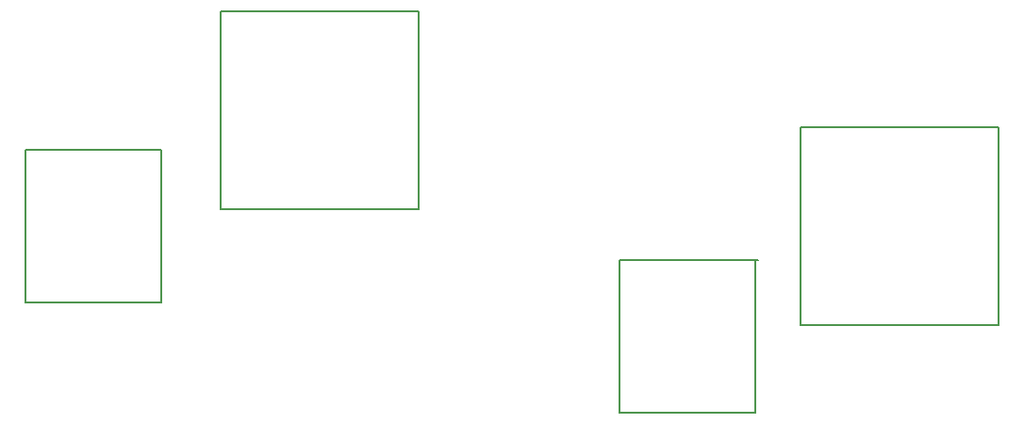
<source format=gbo>
G04 #@! TF.FileFunction,Legend,Bot*
%FSLAX46Y46*%
G04 Gerber Fmt 4.6, Leading zero omitted, Abs format (unit mm)*
G04 Created by KiCad (PCBNEW 4.0.2-stable) date 4/27/2016 2:04:58 PM*
%MOMM*%
G01*
G04 APERTURE LIST*
%ADD10C,0.100000*%
%ADD11C,0.200000*%
G04 APERTURE END LIST*
D10*
D11*
X45720000Y-148590000D02*
X33528000Y-148590000D01*
X45720000Y-162306000D02*
X45720000Y-148590000D01*
X33528000Y-162306000D02*
X45720000Y-162306000D01*
X33528000Y-148590000D02*
X33528000Y-162306000D01*
X99060000Y-158496000D02*
X99314000Y-158496000D01*
X99060000Y-172212000D02*
X99060000Y-158496000D01*
X86868000Y-172212000D02*
X99060000Y-172212000D01*
X86868000Y-158496000D02*
X86868000Y-172212000D01*
X99060000Y-158496000D02*
X86868000Y-158496000D01*
X103124000Y-164338000D02*
X103124000Y-146558000D01*
X120904000Y-164338000D02*
X103124000Y-164338000D01*
X120904000Y-146558000D02*
X120904000Y-164338000D01*
X103124000Y-146558000D02*
X120904000Y-146558000D01*
X68834000Y-136144000D02*
X51054000Y-136144000D01*
X68834000Y-153924000D02*
X68834000Y-136144000D01*
X51054000Y-153924000D02*
X68834000Y-153924000D01*
X51054000Y-136144000D02*
X51054000Y-153924000D01*
M02*

</source>
